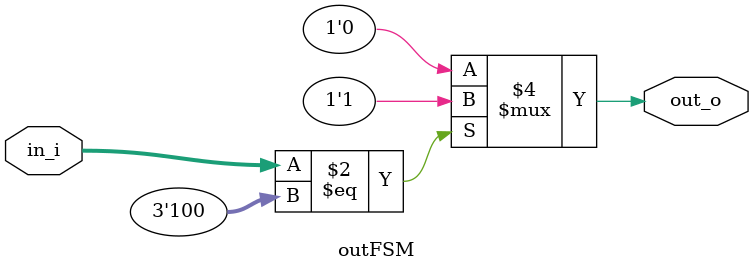
<source format=v>
module outFSM (in_i,out_o);
input [2:0] in_i;
output out_o;
reg out_o;
always @(in_i) begin
	if(in_i==3'd4)
		out_o=1'd1;
	else
		out_o=1'd0;
end
endmodule

</source>
